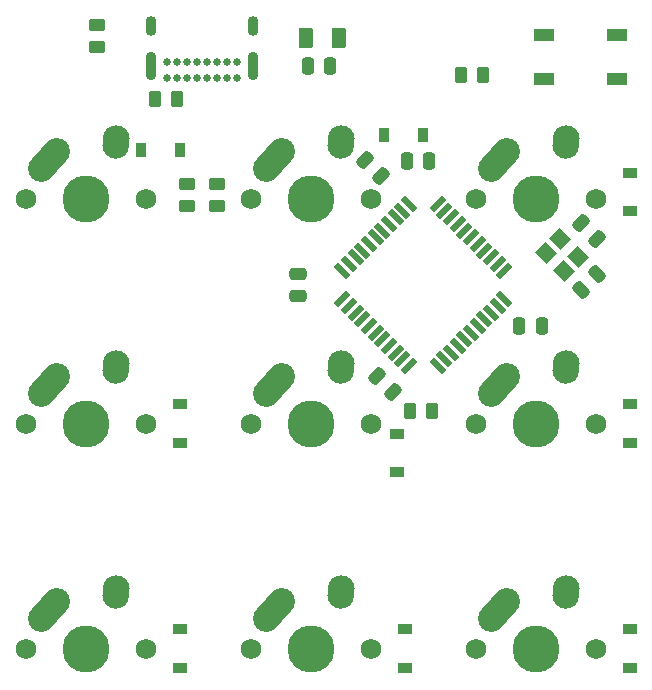
<source format=gbs>
%TF.GenerationSoftware,KiCad,Pcbnew,(6.0.10)*%
%TF.CreationDate,2023-01-30T18:20:24-07:00*%
%TF.ProjectId,nepcropad,6e657063-726f-4706-9164-2e6b69636164,rev?*%
%TF.SameCoordinates,Original*%
%TF.FileFunction,Soldermask,Bot*%
%TF.FilePolarity,Negative*%
%FSLAX46Y46*%
G04 Gerber Fmt 4.6, Leading zero omitted, Abs format (unit mm)*
G04 Created by KiCad (PCBNEW (6.0.10)) date 2023-01-30 18:20:24*
%MOMM*%
%LPD*%
G01*
G04 APERTURE LIST*
G04 Aperture macros list*
%AMRoundRect*
0 Rectangle with rounded corners*
0 $1 Rounding radius*
0 $2 $3 $4 $5 $6 $7 $8 $9 X,Y pos of 4 corners*
0 Add a 4 corners polygon primitive as box body*
4,1,4,$2,$3,$4,$5,$6,$7,$8,$9,$2,$3,0*
0 Add four circle primitives for the rounded corners*
1,1,$1+$1,$2,$3*
1,1,$1+$1,$4,$5*
1,1,$1+$1,$6,$7*
1,1,$1+$1,$8,$9*
0 Add four rect primitives between the rounded corners*
20,1,$1+$1,$2,$3,$4,$5,0*
20,1,$1+$1,$4,$5,$6,$7,0*
20,1,$1+$1,$6,$7,$8,$9,0*
20,1,$1+$1,$8,$9,$2,$3,0*%
%AMHorizOval*
0 Thick line with rounded ends*
0 $1 width*
0 $2 $3 position (X,Y) of the first rounded end (center of the circle)*
0 $4 $5 position (X,Y) of the second rounded end (center of the circle)*
0 Add line between two ends*
20,1,$1,$2,$3,$4,$5,0*
0 Add two circle primitives to create the rounded ends*
1,1,$1,$2,$3*
1,1,$1,$4,$5*%
%AMRotRect*
0 Rectangle, with rotation*
0 The origin of the aperture is its center*
0 $1 length*
0 $2 width*
0 $3 Rotation angle, in degrees counterclockwise*
0 Add horizontal line*
21,1,$1,$2,0,0,$3*%
G04 Aperture macros list end*
%ADD10C,1.750000*%
%ADD11C,3.987800*%
%ADD12HorizOval,2.250000X0.655001X0.730000X-0.655001X-0.730000X0*%
%ADD13C,2.250000*%
%ADD14HorizOval,2.250000X0.020000X0.290000X-0.020000X-0.290000X0*%
%ADD15RoundRect,0.250000X0.250000X0.475000X-0.250000X0.475000X-0.250000X-0.475000X0.250000X-0.475000X0*%
%ADD16R,0.900000X1.200000*%
%ADD17RoundRect,0.250000X0.450000X-0.262500X0.450000X0.262500X-0.450000X0.262500X-0.450000X-0.262500X0*%
%ADD18R,1.200000X0.900000*%
%ADD19RoundRect,0.250000X0.512652X0.159099X0.159099X0.512652X-0.512652X-0.159099X-0.159099X-0.512652X0*%
%ADD20RoundRect,0.250000X-0.450000X0.262500X-0.450000X-0.262500X0.450000X-0.262500X0.450000X0.262500X0*%
%ADD21RoundRect,0.250000X0.262500X0.450000X-0.262500X0.450000X-0.262500X-0.450000X0.262500X-0.450000X0*%
%ADD22RoundRect,0.250000X-0.375000X-0.625000X0.375000X-0.625000X0.375000X0.625000X-0.375000X0.625000X0*%
%ADD23C,0.650000*%
%ADD24O,0.900000X1.700000*%
%ADD25O,0.900000X2.400000*%
%ADD26R,1.800000X1.100000*%
%ADD27RoundRect,0.250000X-0.262500X-0.450000X0.262500X-0.450000X0.262500X0.450000X-0.262500X0.450000X0*%
%ADD28RoundRect,0.250000X-0.512652X-0.159099X-0.159099X-0.512652X0.512652X0.159099X0.159099X0.512652X0*%
%ADD29RotRect,1.500000X0.550000X315.000000*%
%ADD30RotRect,1.500000X0.550000X225.000000*%
%ADD31RoundRect,0.250000X-0.250000X-0.475000X0.250000X-0.475000X0.250000X0.475000X-0.250000X0.475000X0*%
%ADD32RotRect,1.400000X1.200000X135.000000*%
%ADD33RoundRect,0.250000X-0.159099X0.512652X-0.512652X0.159099X0.159099X-0.512652X0.512652X-0.159099X0*%
%ADD34RoundRect,0.250000X-0.475000X0.250000X-0.475000X-0.250000X0.475000X-0.250000X0.475000X0.250000X0*%
G04 APERTURE END LIST*
D10*
%TO.C,MX7*%
X129857500Y-109537500D03*
X140017500Y-109537500D03*
D11*
X134937500Y-109537500D03*
D12*
X131782501Y-106267500D03*
D13*
X132437500Y-105537500D03*
X137477500Y-104457500D03*
D14*
X137457500Y-104747500D03*
%TD*%
D10*
%TO.C,MX4*%
X140017500Y-90487500D03*
D11*
X134937500Y-90487500D03*
D10*
X129857500Y-90487500D03*
D13*
X132437500Y-86487500D03*
D12*
X131782501Y-87217500D03*
D14*
X137457500Y-85697500D03*
D13*
X137477500Y-85407500D03*
%TD*%
D11*
%TO.C,MX6*%
X173037500Y-90487500D03*
D10*
X167957500Y-90487500D03*
X178117500Y-90487500D03*
D13*
X170537500Y-86487500D03*
D12*
X169882501Y-87217500D03*
D14*
X175557500Y-85697500D03*
D13*
X175577500Y-85407500D03*
%TD*%
D11*
%TO.C,MX8*%
X153987500Y-109537500D03*
D10*
X159067500Y-109537500D03*
X148907500Y-109537500D03*
D12*
X150832501Y-106267500D03*
D13*
X151487500Y-105537500D03*
X156527500Y-104457500D03*
D14*
X156507500Y-104747500D03*
%TD*%
D10*
%TO.C,MX2*%
X148907500Y-71437500D03*
D11*
X153987500Y-71437500D03*
D10*
X159067500Y-71437500D03*
D12*
X150832501Y-68167500D03*
D13*
X151487500Y-67437500D03*
X156527500Y-66357500D03*
D14*
X156507500Y-66647500D03*
%TD*%
D10*
%TO.C,MX3*%
X178117500Y-71437500D03*
D11*
X173037500Y-71437500D03*
D10*
X167957500Y-71437500D03*
D13*
X170537500Y-67437500D03*
D12*
X169882501Y-68167500D03*
D14*
X175557500Y-66647500D03*
D13*
X175577500Y-66357500D03*
%TD*%
D10*
%TO.C,MX1*%
X140017500Y-71437500D03*
X129857500Y-71437500D03*
D11*
X134937500Y-71437500D03*
D12*
X131782501Y-68167500D03*
D13*
X132437500Y-67437500D03*
X137477500Y-66357500D03*
D14*
X137457500Y-66647500D03*
%TD*%
D11*
%TO.C,MX9*%
X173037500Y-109537500D03*
D10*
X167957500Y-109537500D03*
X178117500Y-109537500D03*
D12*
X169882501Y-106267500D03*
D13*
X170537500Y-105537500D03*
D14*
X175557500Y-104747500D03*
D13*
X175577500Y-104457500D03*
%TD*%
D10*
%TO.C,MX5*%
X148907500Y-90487500D03*
X159067500Y-90487500D03*
D11*
X153987500Y-90487500D03*
D12*
X150832501Y-87217500D03*
D13*
X151487500Y-86487500D03*
X156527500Y-85407500D03*
D14*
X156507500Y-85697500D03*
%TD*%
D15*
%TO.C,C8*%
X164018000Y-68224400D03*
X162118000Y-68224400D03*
%TD*%
D16*
%TO.C,D2*%
X163448000Y-66040000D03*
X160148000Y-66040000D03*
%TD*%
D17*
%TO.C,R6*%
X135890000Y-58570500D03*
X135890000Y-56745500D03*
%TD*%
D18*
%TO.C,D5*%
X161290000Y-94614000D03*
X161290000Y-91314000D03*
%TD*%
%TO.C,D4*%
X142875000Y-92137500D03*
X142875000Y-88837500D03*
%TD*%
D19*
%TO.C,C3*%
X159929751Y-69505751D03*
X158586249Y-68162249D03*
%TD*%
D18*
%TO.C,D6*%
X180975000Y-92137500D03*
X180975000Y-88837500D03*
%TD*%
D20*
%TO.C,R2*%
X146050000Y-70207500D03*
X146050000Y-72032500D03*
%TD*%
D18*
%TO.C,D7*%
X142875000Y-111187500D03*
X142875000Y-107887500D03*
%TD*%
D21*
%TO.C,R5*%
X142644500Y-62992000D03*
X140819500Y-62992000D03*
%TD*%
D20*
%TO.C,R3*%
X143510000Y-70207500D03*
X143510000Y-72032500D03*
%TD*%
D22*
%TO.C,F1*%
X153540000Y-57785000D03*
X156340000Y-57785000D03*
%TD*%
D23*
%TO.C,J1*%
X141805000Y-61175000D03*
X142655000Y-61175000D03*
X143505000Y-61175000D03*
X144355000Y-61175000D03*
X145205000Y-61175000D03*
X146055000Y-61175000D03*
X146905000Y-61175000D03*
X147755000Y-61175000D03*
X147760000Y-59850000D03*
X146910000Y-59850000D03*
X146060000Y-59850000D03*
X145210000Y-59850000D03*
X144360000Y-59850000D03*
X143510000Y-59850000D03*
X142660000Y-59850000D03*
X141805000Y-59850000D03*
D24*
X140455000Y-56815000D03*
D25*
X149105000Y-60195000D03*
X140455000Y-60195000D03*
D24*
X149105000Y-56815000D03*
%TD*%
D26*
%TO.C,SW1*%
X173684000Y-61286000D03*
X179884000Y-57586000D03*
X173684000Y-57586000D03*
X179884000Y-61286000D03*
%TD*%
D15*
%TO.C,C7*%
X155636000Y-60198000D03*
X153736000Y-60198000D03*
%TD*%
D27*
%TO.C,R1*%
X166727500Y-60960000D03*
X168552500Y-60960000D03*
%TD*%
D16*
%TO.C,D1*%
X142874000Y-67310000D03*
X139574000Y-67310000D03*
%TD*%
D18*
%TO.C,D3*%
X180975000Y-72516000D03*
X180975000Y-69216000D03*
%TD*%
D28*
%TO.C,C5*%
X159602249Y-86450249D03*
X160945751Y-87793751D03*
%TD*%
D29*
%TO.C,U1*%
X156653564Y-77537918D03*
X157219250Y-76972233D03*
X157784935Y-76406548D03*
X158350620Y-75840862D03*
X158916306Y-75275177D03*
X159481991Y-74709491D03*
X160047677Y-74143806D03*
X160613362Y-73578120D03*
X161179048Y-73012435D03*
X161744733Y-72446750D03*
X162310418Y-71881064D03*
D30*
X164714582Y-71881064D03*
X165280267Y-72446750D03*
X165845952Y-73012435D03*
X166411638Y-73578120D03*
X166977323Y-74143806D03*
X167543009Y-74709491D03*
X168108694Y-75275177D03*
X168674380Y-75840862D03*
X169240065Y-76406548D03*
X169805750Y-76972233D03*
X170371436Y-77537918D03*
D29*
X170371436Y-79942082D03*
X169805750Y-80507767D03*
X169240065Y-81073452D03*
X168674380Y-81639138D03*
X168108694Y-82204823D03*
X167543009Y-82770509D03*
X166977323Y-83336194D03*
X166411638Y-83901880D03*
X165845952Y-84467565D03*
X165280267Y-85033250D03*
X164714582Y-85598936D03*
D30*
X162310418Y-85598936D03*
X161744733Y-85033250D03*
X161179048Y-84467565D03*
X160613362Y-83901880D03*
X160047677Y-83336194D03*
X159481991Y-82770509D03*
X158916306Y-82204823D03*
X158350620Y-81639138D03*
X157784935Y-81073452D03*
X157219250Y-80507767D03*
X156653564Y-79942082D03*
%TD*%
D31*
%TO.C,C4*%
X171617600Y-82194400D03*
X173517600Y-82194400D03*
%TD*%
D18*
%TO.C,D8*%
X161925000Y-111187500D03*
X161925000Y-107887500D03*
%TD*%
D19*
%TO.C,C2*%
X178217751Y-74839751D03*
X176874249Y-73496249D03*
%TD*%
D32*
%TO.C,Y1*%
X175436777Y-77578858D03*
X173881142Y-76023223D03*
X175083223Y-74821142D03*
X176638858Y-76376777D03*
%TD*%
D27*
%TO.C,R4*%
X162409500Y-89408000D03*
X164234500Y-89408000D03*
%TD*%
D33*
%TO.C,C1*%
X178217751Y-77814249D03*
X176874249Y-79157751D03*
%TD*%
D34*
%TO.C,C6*%
X152908000Y-77790000D03*
X152908000Y-79690000D03*
%TD*%
D18*
%TO.C,D9*%
X180975000Y-111187500D03*
X180975000Y-107887500D03*
%TD*%
M02*

</source>
